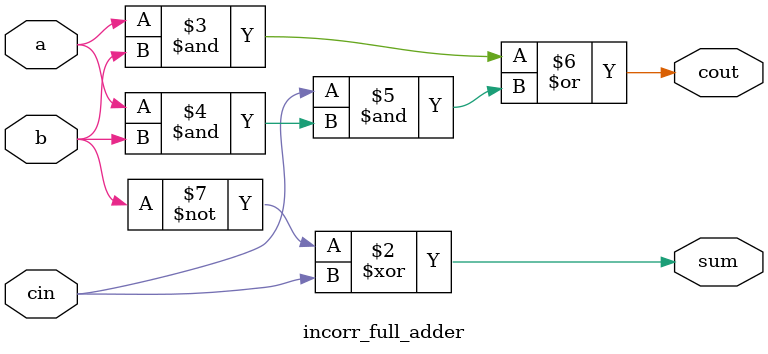
<source format=v>
module incorr_full_adder(a,b,cin,sum,cout);
input a,b,cin;
output sum,cout;
assign sum = 1'b1^b^cin;
assign cout = a&b|cin&(a&b); 
// initial begin
//     $display("The incorrect adder with xor0 having in1/1");
// end   
endmodule
</source>
